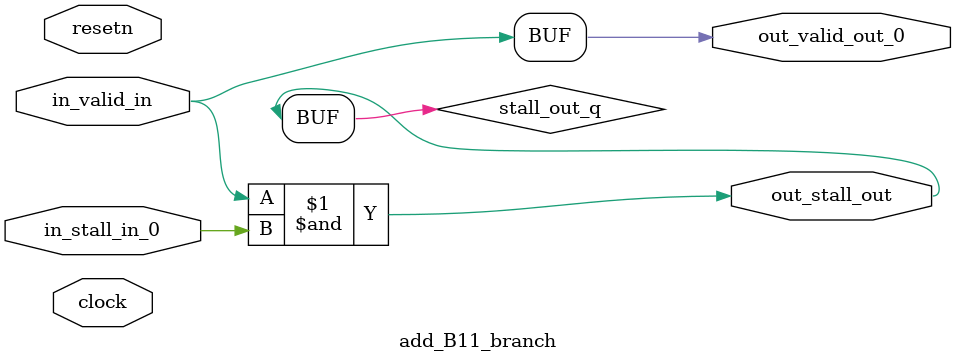
<source format=sv>



(* altera_attribute = "-name AUTO_SHIFT_REGISTER_RECOGNITION OFF; -name MESSAGE_DISABLE 10036; -name MESSAGE_DISABLE 10037; -name MESSAGE_DISABLE 14130; -name MESSAGE_DISABLE 14320; -name MESSAGE_DISABLE 15400; -name MESSAGE_DISABLE 14130; -name MESSAGE_DISABLE 10036; -name MESSAGE_DISABLE 12020; -name MESSAGE_DISABLE 12030; -name MESSAGE_DISABLE 12010; -name MESSAGE_DISABLE 12110; -name MESSAGE_DISABLE 14320; -name MESSAGE_DISABLE 13410; -name MESSAGE_DISABLE 113007; -name MESSAGE_DISABLE 10958" *)
module add_B11_branch (
    input wire [0:0] in_stall_in_0,
    input wire [0:0] in_valid_in,
    output wire [0:0] out_stall_out,
    output wire [0:0] out_valid_out_0,
    input wire clock,
    input wire resetn
    );

    wire [0:0] stall_out_q;


    // stall_out(LOGICAL,6)
    assign stall_out_q = in_valid_in & in_stall_in_0;

    // out_stall_out(GPOUT,4)
    assign out_stall_out = stall_out_q;

    // out_valid_out_0(GPOUT,5)
    assign out_valid_out_0 = in_valid_in;

endmodule

</source>
